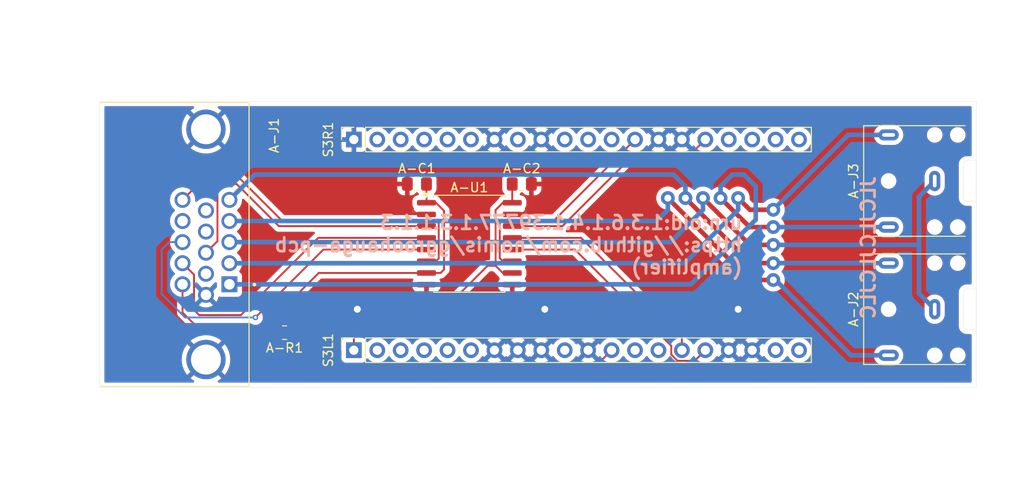
<source format=kicad_pcb>
(kicad_pcb (version 20241229) (generator "pcbnew") (generator_version "9.0")
  (layers (0 "F.Cu" signal) (2 "B.Cu" signal) (13 "F.Paste" user) (15 "B.Paste" user) (5 "F.SilkS" user "F.Silkscreen") (7 "B.SilkS" user "B.Silkscreen") (1 "F.Mask" user) (3 "B.Mask" user) (25 "Edge.Cuts" user))
  (net 0 "")
  (net 2 "AUDIO_AUX_L")
  (net 3 "/Common/AMP_POWER_IN")
  (net 4 "/Common/AMP_DETECT")
  (net 5 "/Common/AMP_TX")
  (net 6 "/Common/AMP_RX")
  (net 7 "/Common/CON_ANNOUNCE")
  (net 8 "AUDIO_AUX_R")
  (net 9 "AUDIO_GROUND")
  (net 10 "AUDIO_HEADPHONES_L")
  (net 14 "AUDIO_HEADPHONES_R")
  (net 15 "/Common/GPIO_L8_C8_M10{slash}AMP_POWER_IN")
  (net 16 "/Common/GPIO_L10_C10_M14{slash}AMP_RX")
  (net 17 "/Common/GPIO_L9_C9_M13{slash}AMP_TX")
  (net 18 "/Common/GPIO_L48_C35_M36{slash}CON_ANNOUNCE")
  (net 19 "/Common/GPIO_L14_C48_M33{slash}AMP_DETECT")
  (net 20 "+3.3V")
  (net 21 "/Common/GPIO_L17_C17_M8{slash}CON_DETECT")
  (net 23 "/Common/GPIO_L13_C47_M26{slash}AMP_ANNOUNCE")
  (net 26 "/Common/GPIO_L4_C4_M2{slash}CON_RX")
  (net 27 "/Common/GPIO_L6_C6_M4{slash}CON_TX")
  (net 38 "/Common/GPIO_L40_C40_M41{slash}CON_POWER_OUT")
  (net 44 "GND")
  (footprint "Connector_PinSocket_2.54mm:PinSocket_1x20_P2.54mm_Vertical" (layer "F.Cu") (at 81.534 54.61 90)
    (property "Reference" "S3R1" (at 0 -2.77 90) (layer "F.SilkS"))
    (property "Value" "Conn_01x20_Socket")
    (fp_line (start 1.33 -1.33) (end 1.33 0) (stroke (width 0.12)) (layer "F.SilkS"))
    (fp_line (start 0 -1.33) (end 1.33 -1.33) (stroke (width 0.12)) (layer "F.SilkS"))
    (fp_line (start 1.33 1.27) (end 1.33 49.59) (stroke (width 0.12)) (layer "F.SilkS"))
    (fp_line (start -1.33 1.27) (end 1.33 1.27) (stroke (width 0.12)) (layer "F.SilkS"))
    (fp_line (start -1.33 1.27) (end -1.33 49.59) (stroke (width 0.12)) (layer "F.SilkS"))
    (fp_line (start -1.33 49.59) (end 1.33 49.59) (stroke (width 0.12)) (layer "F.SilkS"))
    (pad "1" thru_hole rect (at 0 0 90) (size 1.7 1.7) (drill 1) (layers "*.Cu" "*.Mask") (net 44 "GND"))
    (pad "2" thru_hole circle (at 0 2.54 90) (size 1.7 1.7) (drill 1) (layers "*.Cu" "*.Mask"))
    (pad "3" thru_hole circle (at 0 5.08 90) (size 1.7 1.7) (drill 1) (layers "*.Cu" "*.Mask"))
    (pad "4" thru_hole circle (at 0 7.62 90) (size 1.7 1.7) (drill 1) (layers "*.Cu" "*.Mask"))
    (pad "5" thru_hole circle (at 0 10.16 90) (size 1.7 1.7) (drill 1) (layers "*.Cu" "*.Mask"))
    (pad "6" thru_hole circle (at 0 12.7 90) (size 1.7 1.7) (drill 1) (layers "*.Cu" "*.Mask"))
    (pad "7" thru_hole circle (at 0 15.24 90) (size 1.7 1.7) (drill 1) (layers "*.Cu" "*.Mask") (net 44 "GND"))
    (pad "8" thru_hole circle (at 0 17.78 90) (size 1.7 1.7) (drill 1) (layers "*.Cu" "*.Mask") (net 38 "/Common/GPIO_L40_C40_M41{slash}CON_POWER_OUT"))
    (pad "9" thru_hole circle (at 0 20.32 90) (size 1.7 1.7) (drill 1) (layers "*.Cu" "*.Mask") (net 44 "GND"))
    (pad "10" thru_hole circle (at 0 22.86 90) (size 1.7 1.7) (drill 1) (layers "*.Cu" "*.Mask"))
    (pad "11" thru_hole circle (at 0 25.4 90) (size 1.7 1.7) (drill 1) (layers "*.Cu" "*.Mask"))
    (pad "12" thru_hole circle (at 0 27.94 90) (size 1.7 1.7) (drill 1) (layers "*.Cu" "*.Mask"))
    (pad "13" thru_hole circle (at 0 30.48 90) (size 1.7 1.7) (drill 1) (layers "*.Cu" "*.Mask") (net 18 "/Common/GPIO_L48_C35_M36{slash}CON_ANNOUNCE"))
    (pad "14" thru_hole circle (at 0 33.02 90) (size 1.7 1.7) (drill 1) (layers "*.Cu" "*.Mask") (net 44 "GND"))
    (pad "15" thru_hole circle (at 0 35.56 90) (size 1.7 1.7) (drill 1) (layers "*.Cu" "*.Mask") (net 44 "GND"))
    (pad "16" thru_hole circle (at 0 38.1 90) (size 1.7 1.7) (drill 1) (layers "*.Cu" "*.Mask") (net 19 "/Common/GPIO_L14_C48_M33{slash}AMP_DETECT"))
    (pad "17" thru_hole circle (at 0 40.64 90) (size 1.7 1.7) (drill 1) (layers "*.Cu" "*.Mask") (net 23 "/Common/GPIO_L13_C47_M26{slash}AMP_ANNOUNCE"))
    (pad "18" thru_hole circle (at 0 43.18 90) (size 1.7 1.7) (drill 1) (layers "*.Cu" "*.Mask"))
    (pad "19" thru_hole circle (at 0 45.72 90) (size 1.7 1.7) (drill 1) (layers "*.Cu" "*.Mask"))
    (pad "20" thru_hole circle (at 0 48.26 90) (size 1.7 1.7) (drill 1) (layers "*.Cu" "*.Mask"))
  )
  (footprint "ggroohauga:Jack_3.5mm_CUI_SJ1-3523N_Horizontal" (layer "F.Cu") (at 144.499848 59.1058 90)
    (property "Reference" "A-J3" (at 0 -8.8 90) (layer "F.SilkS"))
    (property "Value" "Headphones")
    (fp_line (start 6 -7.7) (end 6 3.3) (stroke (width 0.12)) (layer "F.SilkS"))
    (fp_line (start -6 -7.7) (end 6 -7.7) (stroke (width 0.12)) (layer "F.SilkS"))
    (fp_line (start -6 3.3) (end -6 -7.7) (stroke (width 0.12)) (layer "F.SilkS"))
    (fp_line (start 1.8 3.1) (end -1.8 3.1) (stroke (width 0.0254)) (layer "Edge.Cuts"))
    (fp_line (start 2.2 3.5) (end 2.2 4.5) (stroke (width 0.0254)) (layer "Edge.Cuts"))
    (fp_line (start -2.2 3.5) (end -2.2 4.5) (stroke (width 0.0254)) (layer "Edge.Cuts"))
    (fp_line (start 2.2 4.5) (end -2.2 4.5) (stroke (width 0.0254)) (layer "Edge.Cuts"))
    (fp_arc (start 1.8 3.1) (mid 2.082843 3.217157) (end 2.2 3.5) (stroke (width 0.0254)) (layer "Edge.Cuts"))
    (fp_arc (start -2.2 3.5) (mid -2.082843 3.217158) (end -1.8 3.1) (stroke (width 0.0254)) (layer "Edge.Cuts"))
    (pad "" np_thru_hole circle (at -5 0 90) (size 1.2 1.2) (drill 1.2) (layers "*.Cu" "*.Mask"))
    (pad "" np_thru_hole circle (at -5 2.5 90) (size 1.2 1.2) (drill 1.2) (layers "*.Cu" "*.Mask"))
    (pad "" np_thru_hole circle (at 0 -5 90) (size 1.2 1.2) (drill 1.2) (layers "*.Cu" "*.Mask"))
    (pad "" np_thru_hole circle (at 5 0 90) (size 1.2 1.2) (drill 1.2) (layers "*.Cu" "*.Mask"))
    (pad "" np_thru_hole circle (at 5 2.5 90) (size 1.2 1.2) (drill 1.2) (layers "*.Cu" "*.Mask"))
    (pad "R" thru_hole oval (at -5 -5 90) (size 1.2 2.2) (drill oval 0.4 1.4) (layers "*.Cu" "*.Mask") (net 14 "AUDIO_HEADPHONES_R"))
    (pad "S" thru_hole oval (at 0 0 90) (size 2.2 1.2) (drill oval 1.4 0.4) (layers "*.Cu" "*.Mask") (net 9 "AUDIO_GROUND"))
    (pad "T" thru_hole oval (at 5 -5 270) (size 1.2 2.2) (drill oval 0.4 1.4) (layers "*.Cu" "*.Mask") (net 10 "AUDIO_HEADPHONES_L"))
  )
  (footprint "Capacitor_SMD:C_0805_2012Metric_Pad1.18x1.45mm_HandSolder" (layer "F.Cu") (at 88.37 59.436 180)
    (property "Reference" "A-C1" (at 0 1.68 0) (layer "F.SilkS"))
    (property "Value" "0.1µF")
    (fp_line (start -0.261252 0.735) (end 0.261252 0.735) (stroke (width 0.12)) (layer "F.SilkS"))
    (fp_line (start -0.261252 -0.735) (end 0.261252 -0.735) (stroke (width 0.12)) (layer "F.SilkS"))
    (pad "1" smd roundrect (at -1.0375 0 180) (size 1.175 1.45) (layers "F.Cu" "F.Mask" "F.Paste") (roundrect_rratio 0.212766) (net 3 "/Common/AMP_POWER_IN"))
    (pad "2" smd roundrect (at 1.0375 0 180) (size 1.175 1.45) (layers "F.Cu" "F.Mask" "F.Paste") (roundrect_rratio 0.212766) (net 44 "GND"))
  )
  (footprint "Connector_PinSocket_2.54mm:PinSocket_1x20_P2.54mm_Vertical" (layer "F.Cu") (at 81.534 77.47 90)
    (property "Reference" "S3L1" (at 0 -2.77 90) (layer "F.SilkS"))
    (property "Value" "Conn_01x20_Socket")
    (fp_line (start 1.33 -1.33) (end 1.33 0) (stroke (width 0.12)) (layer "F.SilkS"))
    (fp_line (start 0 -1.33) (end 1.33 -1.33) (stroke (width 0.12)) (layer "F.SilkS"))
    (fp_line (start 1.33 1.27) (end 1.33 49.59) (stroke (width 0.12)) (layer "F.SilkS"))
    (fp_line (start -1.33 1.27) (end 1.33 1.27) (stroke (width 0.12)) (layer "F.SilkS"))
    (fp_line (start -1.33 1.27) (end -1.33 49.59) (stroke (width 0.12)) (layer "F.SilkS"))
    (fp_line (start -1.33 49.59) (end 1.33 49.59) (stroke (width 0.12)) (layer "F.SilkS"))
    (pad "1" thru_hole rect (at 0 0 90) (size 1.7 1.7) (drill 1) (layers "*.Cu" "*.Mask") (net 20 "+3.3V"))
    (pad "2" thru_hole circle (at 0 2.54 90) (size 1.7 1.7) (drill 1) (layers "*.Cu" "*.Mask"))
    (pad "3" thru_hole circle (at 0 5.08 90) (size 1.7 1.7) (drill 1) (layers "*.Cu" "*.Mask"))
    (pad "4" thru_hole circle (at 0 7.62 90) (size 1.7 1.7) (drill 1) (layers "*.Cu" "*.Mask") (net 26 "/Common/GPIO_L4_C4_M2{slash}CON_RX"))
    (pad "5" thru_hole circle (at 0 10.16 90) (size 1.7 1.7) (drill 1) (layers "*.Cu" "*.Mask"))
    (pad "6" thru_hole circle (at 0 12.7 90) (size 1.7 1.7) (drill 1) (layers "*.Cu" "*.Mask") (net 27 "/Common/GPIO_L6_C6_M4{slash}CON_TX"))
    (pad "7" thru_hole circle (at 0 15.24 90) (size 1.7 1.7) (drill 1) (layers "*.Cu" "*.Mask") (net 44 "GND"))
    (pad "8" thru_hole circle (at 0 17.78 90) (size 1.7 1.7) (drill 1) (layers "*.Cu" "*.Mask") (net 44 "GND"))
    (pad "9" thru_hole circle (at 0 20.32 90) (size 1.7 1.7) (drill 1) (layers "*.Cu" "*.Mask") (net 44 "GND"))
    (pad "10" thru_hole circle (at 0 22.86 90) (size 1.7 1.7) (drill 1) (layers "*.Cu" "*.Mask") (net 21 "/Common/GPIO_L17_C17_M8{slash}CON_DETECT"))
    (pad "11" thru_hole circle (at 0 25.4 90) (size 1.7 1.7) (drill 1) (layers "*.Cu" "*.Mask") (net 44 "GND"))
    (pad "12" thru_hole circle (at 0 27.94 90) (size 1.7 1.7) (drill 1) (layers "*.Cu" "*.Mask") (net 15 "/Common/GPIO_L8_C8_M10{slash}AMP_POWER_IN"))
    (pad "13" thru_hole circle (at 0 30.48 90) (size 1.7 1.7) (drill 1) (layers "*.Cu" "*.Mask"))
    (pad "14" thru_hole circle (at 0 33.02 90) (size 1.7 1.7) (drill 1) (layers "*.Cu" "*.Mask"))
    (pad "15" thru_hole circle (at 0 35.56 90) (size 1.7 1.7) (drill 1) (layers "*.Cu" "*.Mask") (net 17 "/Common/GPIO_L9_C9_M13{slash}AMP_TX"))
    (pad "16" thru_hole circle (at 0 38.1 90) (size 1.7 1.7) (drill 1) (layers "*.Cu" "*.Mask") (net 16 "/Common/GPIO_L10_C10_M14{slash}AMP_RX"))
    (pad "17" thru_hole circle (at 0 40.64 90) (size 1.7 1.7) (drill 1) (layers "*.Cu" "*.Mask") (net 44 "GND"))
    (pad "18" thru_hole circle (at 0 43.18 90) (size 1.7 1.7) (drill 1) (layers "*.Cu" "*.Mask") (net 44 "GND"))
    (pad "19" thru_hole circle (at 0 45.72 90) (size 1.7 1.7) (drill 1) (layers "*.Cu" "*.Mask"))
    (pad "20" thru_hole circle (at 0 48.26 90) (size 1.7 1.7) (drill 1) (layers "*.Cu" "*.Mask"))
  )
  (footprint "Resistor_SMD:R_0805_2012Metric_Pad1.20x1.40mm_HandSolder" (layer "F.Cu") (at 74.025 75.565 180)
    (property "Reference" "A-R1" (at 0 -1.65 0) (layer "F.SilkS"))
    (property "Value" "1kΩ")
    (fp_line (start -0.227064 0.735) (end 0.227064 0.735) (stroke (width 0.12)) (layer "F.SilkS"))
    (fp_line (start -0.227064 -0.735) (end 0.227064 -0.735) (stroke (width 0.12)) (layer "F.SilkS"))
    (pad "1" smd roundrect (at -1 0 180) (size 1.2 1.4) (layers "F.Cu" "F.Mask" "F.Paste") (roundrect_rratio 0.208333) (net 15 "/Common/GPIO_L8_C8_M10{slash}AMP_POWER_IN"))
    (pad "2" smd roundrect (at 1 0 180) (size 1.2 1.4) (layers "F.Cu" "F.Mask" "F.Paste") (roundrect_rratio 0.208333) (net 3 "/Common/AMP_POWER_IN"))
  )
  (footprint "Capacitor_SMD:C_0805_2012Metric_Pad1.18x1.45mm_HandSolder" (layer "F.Cu") (at 99.7419 59.436)
    (property "Reference" "A-C2" (at 0 -1.68 0) (layer "F.SilkS"))
    (property "Value" "0.1µF")
    (fp_line (start -0.261252 -0.735) (end 0.261252 -0.735) (stroke (width 0.12)) (layer "F.SilkS"))
    (fp_line (start -0.261252 0.735) (end 0.261252 0.735) (stroke (width 0.12)) (layer "F.SilkS"))
    (pad "1" smd roundrect (at -1.0375 0) (size 1.175 1.45) (layers "F.Cu" "F.Mask" "F.Paste") (roundrect_rratio 0.212766) (net 20 "+3.3V"))
    (pad "2" smd roundrect (at 1.0375 0) (size 1.175 1.45) (layers "F.Cu" "F.Mask" "F.Paste") (roundrect_rratio 0.212766) (net 44 "GND"))
  )
  (footprint "Package_SO:SOIC-16W_7.5x10.3mm_P1.27mm" (layer "F.Cu") (at 94.058 65.913)
    (property "Reference" "A-U1" (at 0 -6.1 0) (layer "F.SilkS"))
    (property "Value" "ISO6742")
    (fp_line (start -3.86 -5.26) (end -3.86 -5.005) (stroke (width 0.12)) (layer "F.SilkS"))
    (fp_line (start -3.86 5.26) (end -3.86 5.005) (stroke (width 0.12)) (layer "F.SilkS"))
    (fp_line (start 0 -5.26) (end -3.86 -5.26) (stroke (width 0.12)) (layer "F.SilkS"))
    (fp_line (start 0 -5.26) (end 3.86 -5.26) (stroke (width 0.12)) (layer "F.SilkS"))
    (fp_line (start 0 5.26) (end -3.86 5.26) (stroke (width 0.12)) (layer "F.SilkS"))
    (fp_line (start 0 5.26) (end 3.86 5.26) (stroke (width 0.12)) (layer "F.SilkS"))
    (fp_line (start 3.86 -5.26) (end 3.86 -5.005) (stroke (width 0.12)) (layer "F.SilkS"))
    (fp_line (start 3.86 5.26) (end 3.86 5.005) (stroke (width 0.12)) (layer "F.SilkS"))
    (fp_poly (pts (xy -4.7125 -5.005) (xy -5.0525 -5.475) (xy -4.3725 -5.475)) (stroke (width 0.12)) (fill yes) (layer "F.SilkS"))
    (pad "1" smd roundrect (at -4.65 -4.445) (size 2.05 0.6) (layers "F.Cu" "F.Mask" "F.Paste") (net 3 "/Common/AMP_POWER_IN"))
    (pad "2" smd roundrect (at -4.65 -3.175) (size 2.05 0.6) (layers "F.Cu" "F.Mask" "F.Paste") (net 44 "GND"))
    (pad "3" smd roundrect (at -4.65 -1.905) (size 2.05 0.6) (layers "F.Cu" "F.Mask" "F.Paste") (net 4 "/Common/AMP_DETECT"))
    (pad "4" smd roundrect (at -4.65 -0.635) (size 2.05 0.6) (layers "F.Cu" "F.Mask" "F.Paste") (net 5 "/Common/AMP_TX"))
    (pad "5" smd roundrect (at -4.65 0.635) (size 2.05 0.6) (layers "F.Cu" "F.Mask" "F.Paste") (net 6 "/Common/AMP_RX"))
    (pad "6" smd roundrect (at -4.65 1.905) (size 2.05 0.6) (layers "F.Cu" "F.Mask" "F.Paste") (net 7 "/Common/CON_ANNOUNCE"))
    (pad "7" smd roundrect (at -4.65 3.175) (size 2.05 0.6) (layers "F.Cu" "F.Mask" "F.Paste") (net 3 "/Common/AMP_POWER_IN"))
    (pad "8" smd roundrect (at -4.65 4.445) (size 2.05 0.6) (layers "F.Cu" "F.Mask" "F.Paste") (net 44 "GND"))
    (pad "9" smd roundrect (at 4.65 4.445) (size 2.05 0.6) (layers "F.Cu" "F.Mask" "F.Paste") (net 44 "GND"))
    (pad "10" smd roundrect (at 4.65 3.175) (size 2.05 0.6) (layers "F.Cu" "F.Mask" "F.Paste") (net 20 "+3.3V"))
    (pad "11" smd roundrect (at 4.65 1.905) (size 2.05 0.6) (layers "F.Cu" "F.Mask" "F.Paste") (net 18 "/Common/GPIO_L48_C35_M36{slash}CON_ANNOUNCE"))
    (pad "12" smd roundrect (at 4.65 0.635) (size 2.05 0.6) (layers "F.Cu" "F.Mask" "F.Paste") (net 16 "/Common/GPIO_L10_C10_M14{slash}AMP_RX"))
    (pad "13" smd roundrect (at 4.65 -0.635) (size 2.05 0.6) (layers "F.Cu" "F.Mask" "F.Paste") (net 17 "/Common/GPIO_L9_C9_M13{slash}AMP_TX"))
    (pad "14" smd roundrect (at 4.65 -1.905) (size 2.05 0.6) (layers "F.Cu" "F.Mask" "F.Paste") (net 19 "/Common/GPIO_L14_C48_M33{slash}AMP_DETECT"))
    (pad "15" smd roundrect (at 4.65 -3.175) (size 2.05 0.6) (layers "F.Cu" "F.Mask" "F.Paste") (net 44 "GND"))
    (pad "16" smd roundrect (at 4.65 -4.445) (size 2.05 0.6) (layers "F.Cu" "F.Mask" "F.Paste") (net 20 "+3.3V"))
  )
  (footprint "Amphenol:AMPHENOL_L77HDE15SD1CH4R" (layer "F.Cu") (at 65.5062 65.9892 -90)
    (property "Reference" "A-J1" (at -11.825 -7.385 90) (layer "F.SilkS"))
    (property "Value" "DE15_Socket_HighDensity_MountingHoles")
    (fp_line (start -15.405 11.43) (end -15.405 -4.67) (stroke (width 0.127)) (layer "F.SilkS"))
    (fp_line (start -15.405 -4.67) (end 15.405 -4.67) (stroke (width 0.127)) (layer "F.SilkS"))
    (fp_line (start 15.405 -4.67) (end 15.405 11.43) (stroke (width 0.127)) (layer "F.SilkS"))
    (fp_circle (center 4.36 -5.25) (end 4.46 -5.25) (stroke (width 0.2)) (fill no) (layer "F.SilkS"))
    (pad "0" thru_hole circle (at -12.495 0 270) (size 4.266 4.266) (drill 3.25) (layers "*.Cu" "*.Mask") (net 44 "GND"))
    (pad "0" thru_hole circle (at 12.495 0 270) (size 4.266 4.266) (drill 3.25) (layers "*.Cu" "*.Mask") (net 44 "GND"))
    (pad "1" thru_hole rect (at 4.33 -2.54 270) (size 1.725 1.725) (drill 1.15) (layers "*.Cu" "*.Mask") (net 14 "AUDIO_HEADPHONES_R"))
    (pad "2" thru_hole circle (at 2.04 -2.54 270) (size 1.725 1.725) (drill 1.15) (layers "*.Cu" "*.Mask") (net 10 "AUDIO_HEADPHONES_L"))
    (pad "3" thru_hole circle (at -0.25 -2.54 270) (size 1.725 1.725) (drill 1.15) (layers "*.Cu" "*.Mask") (net 9 "AUDIO_GROUND"))
    (pad "4" thru_hole circle (at -2.54 -2.54 270) (size 1.725 1.725) (drill 1.15) (layers "*.Cu" "*.Mask") (net 8 "AUDIO_AUX_R"))
    (pad "5" thru_hole circle (at -4.83 -2.54 270) (size 1.725 1.725) (drill 1.15) (layers "*.Cu" "*.Mask") (net 2 "AUDIO_AUX_L"))
    (pad "6" thru_hole circle (at 5.475 0 270) (size 1.725 1.725) (drill 1.15) (layers "*.Cu" "*.Mask") (net 44 "GND"))
    (pad "7" thru_hole circle (at 3.185 0 270) (size 1.725 1.725) (drill 1.15) (layers "*.Cu" "*.Mask"))
    (pad "8" thru_hole circle (at 0.895 0 270) (size 1.725 1.725) (drill 1.15) (layers "*.Cu" "*.Mask") (net 4 "/Common/AMP_DETECT"))
    (pad "9" thru_hole circle (at -1.395 0 270) (size 1.725 1.725) (drill 1.15) (layers "*.Cu" "*.Mask"))
    (pad "10" thru_hole circle (at -3.685 0 270) (size 1.725 1.725) (drill 1.15) (layers "*.Cu" "*.Mask"))
    (pad "11" thru_hole circle (at 4.33 2.54 270) (size 1.725 1.725) (drill 1.15) (layers "*.Cu" "*.Mask") (net 3 "/Common/AMP_POWER_IN"))
    (pad "12" thru_hole circle (at 2.04 2.54 270) (size 1.725 1.725) (drill 1.15) (layers "*.Cu" "*.Mask") (net 5 "/Common/AMP_TX"))
    (pad "13" thru_hole circle (at -0.25 2.54 270) (size 1.725 1.725) (drill 1.15) (layers "*.Cu" "*.Mask") (net 6 "/Common/AMP_RX"))
    (pad "14" thru_hole circle (at -2.54 2.54 270) (size 1.725 1.725) (drill 1.15) (layers "*.Cu" "*.Mask"))
    (pad "15" thru_hole circle (at -4.83 2.54 270) (size 1.725 1.725) (drill 1.15) (layers "*.Cu" "*.Mask") (net 7 "/Common/CON_ANNOUNCE"))
  )
  (footprint "ggroohauga:Jack_3.5mm_CUI_SJ1-3523N_Horizontal" (layer "F.Cu") (at 144.499848 73.01992 90)
    (property "Reference" "A-J2" (at 0 -8.8 90) (layer "F.SilkS"))
    (property "Value" "Aux In")
    (fp_line (start 6 -7.7) (end 6 3.3) (stroke (width 0.12)) (layer "F.SilkS"))
    (fp_line (start -6 -7.7) (end 6 -7.7) (stroke (width 0.12)) (layer "F.SilkS"))
    (fp_line (start -6 3.3) (end -6 -7.7) (stroke (width 0.12)) (layer "F.SilkS"))
    (fp_line (start 1.8 3.1) (end -1.8 3.1) (stroke (width 0.0254)) (layer "Edge.Cuts"))
    (fp_line (start 2.2 3.5) (end 2.2 4.5) (stroke (width 0.0254)) (layer "Edge.Cuts"))
    (fp_line (start -2.2 3.5) (end -2.2 4.5) (stroke (width 0.0254)) (layer "Edge.Cuts"))
    (fp_line (start 2.2 4.5) (end -2.2 4.5) (stroke (width 0.0254)) (layer "Edge.Cuts"))
    (fp_arc (start 1.8 3.1) (mid 2.082843 3.217157) (end 2.2 3.5) (stroke (width 0.0254)) (layer "Edge.Cuts"))
    (fp_arc (start -2.2 3.5) (mid -2.082843 3.217158) (end -1.8 3.1) (stroke (width 0.0254)) (layer "Edge.Cuts"))
    (pad "" np_thru_hole circle (at -5 0 90) (size 1.2 1.2) (drill 1.2) (layers "*.Cu" "*.Mask"))
    (pad "" np_thru_hole circle (at -5 2.5 90) (size 1.2 1.2) (drill 1.2) (layers "*.Cu" "*.Mask"))
    (pad "" np_thru_hole circle (at 0 -5 90) (size 1.2 1.2) (drill 1.2) (layers "*.Cu" "*.Mask"))
    (pad "" np_thru_hole circle (at 5 0 90) (size 1.2 1.2) (drill 1.2) (layers "*.Cu" "*.Mask"))
    (pad "" np_thru_hole circle (at 5 2.5 90) (size 1.2 1.2) (drill 1.2) (layers "*.Cu" "*.Mask"))
    (pad "R" thru_hole oval (at -5 -5 90) (size 1.2 2.2) (drill oval 0.4 1.4) (layers "*.Cu" "*.Mask") (net 8 "AUDIO_AUX_R"))
    (pad "S" thru_hole oval (at 0 0 90) (size 2.2 1.2) (drill oval 1.4 0.4) (layers "*.Cu" "*.Mask") (net 9 "AUDIO_GROUND"))
    (pad "T" thru_hole oval (at 5 -5 270) (size 1.2 2.2) (drill oval 0.4 1.4) (layers "*.Cu" "*.Mask") (net 2 "AUDIO_AUX_L"))
  )
  (gr_rect (start 54 50.4952) (end 149 81.4832) (stroke (width 0.0254)) (fill no) (layer "Edge.Cuts"))
  (gr_text "JLCJLCJLCJLC" (at 138.176 58.42 90) (layer "B.SilkS") (effects (font (size 1.5 1.5) (thickness 0.3) (bold yes)) (justify left bottom mirror)))
  (gr_text "urn:oid:1.3.6.1.4.1.39777.1.3.1.1.3\nhttps://github.com/nomis/ggroohauga-pcb\n(amplifier)\n" (at 123.825 66.04 0) (layer "B.SilkS") (effects (font (size 1.5 1.5) (thickness 0.3) (bold yes)) (justify left mirror)))
  (segment (start 124.53492 68.01992) (end 117.475 60.96) (width 0.5) (layer "F.Cu") (net 2))
  (segment (start 127 68.01992) (end 124.53492 68.01992) (width 0.5) (layer "F.Cu") (net 2))
  (via (at 117.475 60.96) (size 1.5) (drill 0.75) (layers "F.Cu" "B.Cu") (net 2))
  (via (at 127 68.01992) (size 1.5) (drill 0.75) (layers "F.Cu" "B.Cu") (net 2))
  (segment (start 116.205 58.42) (end 70.7854 58.42) (width 0.5) (layer "B.Cu") (net 2))
  (segment (start 117.475 60.96) (end 117.475 59.69) (width 0.5) (layer "B.Cu") (net 2))
  (segment (start 127 68.01992) (end 139.499848 68.01992) (width 0.5) (layer "B.Cu") (net 2))
  (segment (start 117.475 59.69) (end 116.205 58.42) (width 0.5) (layer "B.Cu") (net 2))
  (segment (start 70.7854 58.42) (end 68.0462 61.1592) (width 0.5) (layer "B.Cu") (net 2))
  (segment (start 65.151 75.565) (end 62.9662 73.3802) (width 0.2) (layer "F.Cu") (net 3))
  (segment (start 77.724 69.088) (end 89.408 69.088) (width 0.2) (layer "F.Cu") (net 3))
  (segment (start 91.313 62.348001) (end 91.313 68.707) (width 0.2) (layer "F.Cu") (net 3))
  (segment (start 89.408 61.468) (end 89.408 59.4365) (width 0.2) (layer "F.Cu") (net 3))
  (segment (start 91.313 68.707) (end 90.932 69.088) (width 0.2) (layer "F.Cu") (net 3))
  (segment (start 90.432999 61.468) (end 91.313 62.348001) (width 0.2) (layer "F.Cu") (net 3))
  (segment (start 89.408 61.468) (end 90.432999 61.468) (width 0.2) (layer "F.Cu") (net 3))
  (segment (start 62.9662 73.3802) (end 62.9662 70.3192) (width 0.2) (layer "F.Cu") (net 3))
  (segment (start 73.025 75.565) (end 65.151 75.565) (width 0.2) (layer "F.Cu") (net 3))
  (segment (start 73.025 76.2) (end 73.025 73.787) (width 0.2) (layer "F.Cu") (net 3))
  (segment (start 73.025 73.787) (end 77.724 69.088) (width 0.2) (layer "F.Cu") (net 3))
  (segment (start 90.932 69.088) (end 89.408 69.088) (width 0.2) (layer "F.Cu") (net 3))
  (segment (start 66.7512 65.6392) (end 65.5062 66.8842) (width 0.2) (layer "F.Cu") (net 4))
  (segment (start 68.834 59.436) (end 67.056 59.436) (width 0.2) (layer "F.Cu") (net 4))
  (segment (start 67.056 59.436) (end 66.7512 59.7408) (width 0.2) (layer "F.Cu") (net 4))
  (segment (start 89.408 64.008) (end 73.406 64.008) (width 0.2) (layer "F.Cu") (net 4))
  (segment (start 66.7512 59.7408) (end 66.7512 65.6392) (width 0.2) (layer "F.Cu") (net 4))
  (segment (start 73.406 64.008) (end 68.834 59.436) (width 0.2) (layer "F.Cu") (net 4))
  (segment (start 77.671018 65.278) (end 69.289018 73.66) (width 0.2) (layer "F.Cu") (net 5))
  (segment (start 64.2112 73.1012) (end 64.2112 69.2742) (width 0.2) (layer "F.Cu") (net 5))
  (segment (start 64.2112 69.2742) (end 62.9662 68.0292) (width 0.2) (layer "F.Cu") (net 5))
  (segment (start 64.77 73.66) (end 64.2112 73.1012) (width 0.2) (layer "F.Cu") (net 5))
  (segment (start 89.408 65.278) (end 77.671018 65.278) (width 0.2) (layer "F.Cu") (net 5))
  (segment (start 69.289018 73.66) (end 64.77 73.66) (width 0.2) (layer "F.Cu") (net 5))
  (segment (start 78.232 66.548) (end 89.408 66.548) (width 0.2) (layer "F.Cu") (net 6))
  (segment (start 70.866 73.914) (end 78.232 66.548) (width 0.2) (layer "F.Cu") (net 6))
  (via (at 70.866 73.914) (size 0.6) (drill 0.3) (layers "F.Cu" "B.Cu") (net 6))
  (segment (start 61.5148 65.7392) (end 62.9662 65.7392) (width 0.2) (layer "B.Cu") (net 6))
  (segment (start 60.706 71.374) (end 60.706 66.548) (width 0.2) (layer "B.Cu") (net 6))
  (segment (start 60.706 66.548) (end 61.5148 65.7392) (width 0.2) (layer "B.Cu") (net 6))
  (segment (start 60.706 71.374) (end 63.246 73.914) (width 0.2) (layer "B.Cu") (net 6))
  (segment (start 70.866 73.914) (end 63.246 73.914) (width 0.2) (layer "B.Cu") (net 6))
  (segment (start 90.734 67.516999) (end 90.734 63.667032) (width 0.2) (layer "F.Cu") (net 7))
  (segment (start 65.4514 58.674) (end 62.9662 61.1592) (width 0.2) (layer "F.Cu") (net 7))
  (segment (start 73.739867 63.407) (end 69.006867 58.674) (width 0.2) (layer "F.Cu") (net 7))
  (segment (start 90.734 63.667032) (end 90.473968 63.407) (width 0.2) (layer "F.Cu") (net 7))
  (segment (start 90.432999 67.818) (end 90.734 67.516999) (width 0.2) (layer "F.Cu") (net 7))
  (segment (start 69.006867 58.674) (end 65.4514 58.674) (width 0.2) (layer "F.Cu") (net 7))
  (segment (start 89.408 67.818) (end 90.432999 67.818) (width 0.2) (layer "F.Cu") (net 7))
  (segment (start 90.473968 63.407) (end 73.739867 63.407) (width 0.2) (layer "F.Cu") (net 7))
  (segment (start 124.46 69.85) (end 115.57 60.96) (width 0.5) (layer "F.Cu") (net 8))
  (segment (start 127 69.85) (end 124.46 69.85) (width 0.5) (layer "F.Cu") (net 8))
  (via (at 115.57 60.96) (size 1.5) (drill 0.75) (layers "F.Cu" "B.Cu") (net 8))
  (via (at 127 69.85) (size 1.5) (drill 0.75) (layers "F.Cu" "B.Cu") (net 8))
  (segment (start 114.3508 63.4492) (end 68.0462 63.4492) (width 0.5) (layer "B.Cu") (net 8))
  (segment (start 115.57 62.23) (end 114.3508 63.4492) (width 0.5) (layer "B.Cu") (net 8))
  (segment (start 127 69.85) (end 127.254 69.85) (width 0.5) (layer "B.Cu") (net 8))
  (segment (start 135.42392 78.01992) (end 139.499848 78.01992) (width 0.5) (layer "B.Cu") (net 8))
  (segment (start 115.57 60.96) (end 115.57 62.23) (width 0.5) (layer "B.Cu") (net 8))
  (segment (start 127.254 69.85) (end 135.42392 78.01992) (width 0.5) (layer "B.Cu") (net 8))
  (segment (start 127 66.04) (end 124.46 66.04) (width 0.5) (layer "F.Cu") (net 9))
  (segment (start 124.46 66.04) (end 119.38 60.96) (width 0.5) (layer "F.Cu") (net 9))
  (via (at 127 66.04) (size 1.5) (drill 0.75) (layers "F.Cu" "B.Cu") (net 9))
  (via (at 119.38 60.96) (size 1.5) (drill 0.75) (layers "F.Cu" "B.Cu") (net 9))
  (segment (start 142.795 66.04) (end 142.795 71.315072) (width 0.5) (layer "B.Cu") (net 9))
  (segment (start 119.38 60.96) (end 119.38 62.23) (width 0.5) (layer "B.Cu") (net 9))
  (segment (start 142.795 60.810648) (end 144.499848 59.1058) (width 0.5) (layer "B.Cu") (net 9))
  (segment (start 119.38 62.23) (end 115.8708 65.7392) (width 0.5) (layer "B.Cu") (net 9))
  (segment (start 142.795 71.315072) (end 144.499848 73.01992) (width 0.5) (layer "B.Cu") (net 9))
  (segment (start 142.795 60.810648) (end 142.795 66.04) (width 0.5) (layer "B.Cu") (net 9))
  (segment (start 127 66.04) (end 142.795 66.04) (width 0.5) (layer "B.Cu") (net 9))
  (segment (start 115.8708 65.7392) (end 68.0462 65.7392) (width 0.5) (layer "B.Cu") (net 9))
  (segment (start 124.46 62.23) (end 127 62.23) (width 0.5) (layer "F.Cu") (net 10))
  (segment (start 123.19 60.96) (end 124.46 62.23) (width 0.5) (layer "F.Cu") (net 10))
  (via (at 123.19 60.96) (size 1.5) (drill 0.75) (layers "F.Cu" "B.Cu") (net 10))
  (via (at 127 62.23) (size 1.5) (drill 0.75) (layers "F.Cu" "B.Cu") (net 10))
  (segment (start 123.19 60.96) (end 123.19 62.23) (width 0.5) (layer "B.Cu") (net 10))
  (segment (start 123.19 62.23) (end 117.3908 68.0292) (width 0.5) (layer "B.Cu") (net 10))
  (segment (start 117.3908 68.0292) (end 68.0462 68.0292) (width 0.5) (layer "B.Cu") (net 10))
  (segment (start 127 62.23) (end 135.1242 54.1058) (width 0.5) (layer "B.Cu") (net 10))
  (segment (start 135.1242 54.1058) (end 139.499848 54.1058) (width 0.5) (layer "B.Cu") (net 10))
  (segment (start 127 64.1058) (end 124.4308 64.1058) (width 0.5) (layer "F.Cu") (net 14))
  (segment (start 124.4308 64.1058) (end 121.285 60.96) (width 0.5) (layer "F.Cu") (net 14))
  (via (at 121.285 60.96) (size 1.5) (drill 0.75) (layers "F.Cu" "B.Cu") (net 14))
  (via (at 127 64.1058) (size 1.5) (drill 0.75) (layers "F.Cu" "B.Cu") (net 14))
  (segment (start 121.285 59.69) (end 122.555 58.42) (width 0.5) (layer "B.Cu") (net 14))
  (segment (start 121.285 60.96) (end 121.285 59.69) (width 0.5) (layer "B.Cu") (net 14))
  (segment (start 122.555 58.42) (end 123.825 58.42) (width 0.5) (layer "B.Cu") (net 14))
  (segment (start 123.825 58.42) (end 125.095 59.69) (width 0.5) (layer "B.Cu") (net 14))
  (segment (start 118.084863 70.3192) (end 68.0462 70.3192) (width 0.5) (layer "B.Cu") (net 14))
  (segment (start 127 64.1058) (end 139.499848 64.1058) (width 0.5) (layer "B.Cu") (net 14))
  (segment (start 125.095 63.309063) (end 118.084863 70.3192) (width 0.5) (layer "B.Cu") (net 14))
  (segment (start 125.095 59.69) (end 125.095 63.309063) (width 0.5) (layer "B.Cu") (net 14))
  (segment (start 76.565 75.565) (end 80.375 79.375) (width 0.2) (layer "F.Cu") (net 15))
  (segment (start 107.569 79.375) (end 109.474 77.47) (width 0.2) (layer "F.Cu") (net 15))
  (segment (start 75.025 75.565) (end 76.565 75.565) (width 0.2) (layer "F.Cu") (net 15))
  (segment (start 80.375 79.375) (end 107.569 79.375) (width 0.2) (layer "F.Cu") (net 15))
  (segment (start 105.49776 66.548) (end 115.943 76.99324) (width 0.2) (layer "F.Cu") (net 16))
  (segment (start 115.943 76.99324) (end 115.943 77.94676) (width 0.2) (layer "F.Cu") (net 16))
  (segment (start 116.61724 78.621) (end 118.483 78.621) (width 0.2) (layer "F.Cu") (net 16))
  (segment (start 115.943 77.94676) (end 116.61724 78.621) (width 0.2) (layer "F.Cu") (net 16))
  (segment (start 118.483 78.621) (end 119.634 77.47) (width 0.2) (layer "F.Cu") (net 16))
  (segment (start 98.708 66.548) (end 105.49776 66.548) (width 0.2) (layer "F.Cu") (net 16))
  (segment (start 106.172 65.278) (end 117.094 76.2) (width 0.2) (layer "F.Cu") (net 17))
  (segment (start 117.094 76.2) (end 117.094 77.47) (width 0.2) (layer "F.Cu") (net 17))
  (segment (start 98.708 65.278) (end 106.172 65.278) (width 0.2) (layer "F.Cu") (net 17))
  (segment (start 97.683001 67.818) (end 97.355001 67.49) (width 0.2) (layer "F.Cu") (net 18))
  (segment (start 98.708 67.818) (end 97.683001 67.818) (width 0.2) (layer "F.Cu") (net 18))
  (segment (start 97.355001 63.626031) (end 97.642032 63.339) (width 0.2) (layer "F.Cu") (net 18))
  (segment (start 97.355001 67.49) (end 97.355001 63.626031) (width 0.2) (layer "F.Cu") (net 18))
  (segment (start 97.642032 63.339) (end 103.285 63.339) (width 0.2) (layer "F.Cu") (net 18))
  (segment (start 103.285 63.339) (end 112.014 54.61) (width 0.2) (layer "F.Cu") (net 18))
  (segment (start 111.76 56.388) (end 117.856 56.388) (width 0.2) (layer "F.Cu") (net 19))
  (segment (start 104.14 64.008) (end 111.76 56.388) (width 0.2) (layer "F.Cu") (net 19))
  (segment (start 98.708 64.008) (end 104.14 64.008) (width 0.2) (layer "F.Cu") (net 19))
  (segment (start 117.856 56.388) (end 119.634 54.61) (width 0.2) (layer "F.Cu") (net 19))
  (segment (start 82.042 75.184) (end 81.534 75.692) (width 0.2) (layer "F.Cu") (net 20))
  (segment (start 89.154 75.184) (end 82.042 75.184) (width 0.2) (layer "F.Cu") (net 20))
  (segment (start 98.7044 59.436) (end 98.7044 61.4644) (width 0.2) (layer "F.Cu") (net 20))
  (segment (start 98.708 61.468) (end 97.683001 61.468) (width 0.2) (layer "F.Cu") (net 20))
  (segment (start 96.901 68.305999) (end 96.032001 68.305999) (width 0.2) (layer "F.Cu") (net 20))
  (segment (start 96.901 68.305999) (end 97.683001 69.088) (width 0.2) (layer "F.Cu") (net 20))
  (segment (start 96.032001 68.305999) (end 89.154 75.184) (width 0.2) (layer "F.Cu") (net 20))
  (segment (start 96.901 62.250001) (end 96.901 68.305999) (width 0.2) (layer "F.Cu") (net 20))
  (segment (start 97.683001 69.088) (end 98.708 69.088) (width 0.2) (layer "F.Cu") (net 20))
  (segment (start 81.534 75.692) (end 81.534 77.47) (width 0.2) (layer "F.Cu") (net 20))
  (segment (start 97.683001 61.468) (end 96.901 62.250001) (width 0.2) (layer "F.Cu") (net 20))
  (segment (start 87.3325 59.436) (end 87.3325 61.6785) (width 0.2) (layer "F.Cu") (net 44))
  (segment (start 87.3325 61.6785) (end 88.392 62.738) (width 0.2) (layer "F.Cu") (net 44))
  (segment (start 88.392 62.738) (end 89.408 62.738) (width 0.2) (layer "F.Cu") (net 44))
  (segment (start 100.7794 61.691599) (end 100.7794 59.436) (width 0.2) (layer "F.Cu") (net 44))
  (segment (start 99.732999 62.738) (end 100.7794 61.691599) (width 0.2) (layer "F.Cu") (net 44))
  (segment (start 98.708 62.738) (end 99.732999 62.738) (width 0.2) (layer "F.Cu") (net 44))
  (via (at 123.19 73.025) (size 1.5) (drill 0.75) (layers "F.Cu" "B.Cu") (net 44))
  (via (at 81.915 73.025) (size 1.5) (drill 0.75) (layers "F.Cu" "B.Cu") (net 44))
  (via (at 102.235 73.025) (size 1.5) (drill 0.75) (layers "F.Cu" "B.Cu") (net 44))
  (zone (net 44) (net_name "GND") (layers "F.Cu" "B.Cu") (connect_pads (clearance 0.5)) (min_thickness 0.25) (fill yes (thermal_gap 0.5) (thermal_bridge_width 0.5))
    (polygon (pts (xy 43.18 43.18) (xy 154.178 43.18) (xy 154.178 88.646) (xy 43.18 88.9)))
  )
)
</source>
